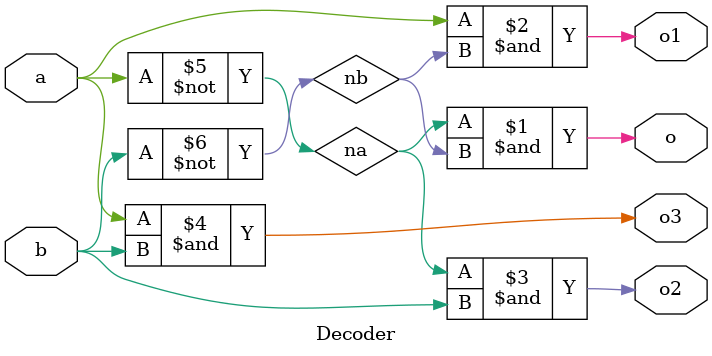
<source format=v>
`timescale 1ns / 1ps


module Decoder(
    input a, b,
    output o, o1, o2, o3
    );
    wire na, nb;
    not g1 (na, a);
    not g2 (nb, b);                     //获得a，b的非
    and g3 (o, na, nb);
    and g4 (o1, a, nb);
    and g5 (o2, na, b);
    and g6 (o3, a, b);
endmodule

</source>
